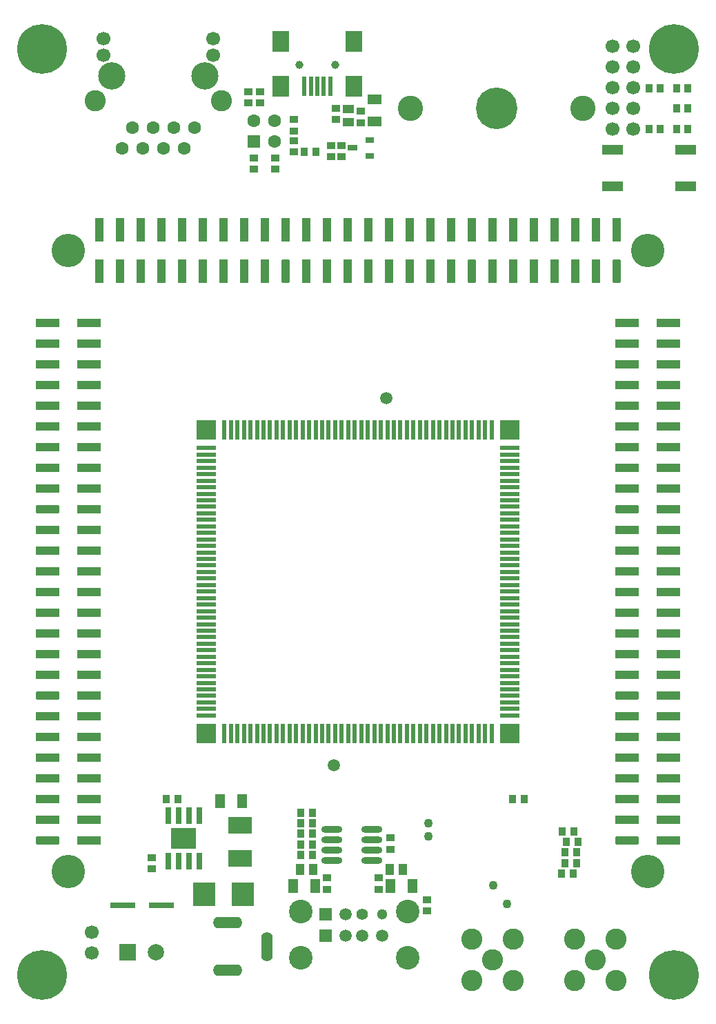
<source format=gts>
G04 Layer_Color=8388736*
%FSLAX44Y44*%
%MOMM*%
G71*
G01*
G75*
%ADD54C,1.3000*%
%ADD60C,1.5000*%
%ADD65C,1.6000*%
%ADD116C,5.1000*%
%ADD117R,1.2000X1.8000*%
%ADD118R,0.8000X2.1000*%
%ADD119R,3.1000X2.5000*%
%ADD120R,0.9000X1.0000*%
%ADD121R,2.1000X2.6000*%
%ADD122R,0.6000X2.3500*%
%ADD123R,1.1000X1.4000*%
%ADD124R,1.0000X0.9000*%
%ADD125R,3.1000X0.8000*%
%ADD126O,2.6000X0.8000*%
%ADD127R,2.7162X2.8432*%
%ADD128R,2.9000X2.0000*%
%ADD129C,1.1000*%
%ADD130R,0.6000X2.4000*%
%ADD131R,2.4000X0.6000*%
%ADD132R,2.4000X2.4000*%
%ADD133R,1.1000X2.9000*%
G04:AMPARAMS|DCode=134|XSize=1.1mm|YSize=2.9mm|CornerRadius=0.25mm|HoleSize=0mm|Usage=FLASHONLY|Rotation=180.000|XOffset=0mm|YOffset=0mm|HoleType=Round|Shape=RoundedRectangle|*
%AMROUNDEDRECTD134*
21,1,1.1000,2.4000,0,0,180.0*
21,1,0.6000,2.9000,0,0,180.0*
1,1,0.5000,-0.3000,1.2000*
1,1,0.5000,0.3000,1.2000*
1,1,0.5000,0.3000,-1.2000*
1,1,0.5000,-0.3000,-1.2000*
%
%ADD134ROUNDEDRECTD134*%
%ADD135R,2.9000X1.1000*%
G04:AMPARAMS|DCode=136|XSize=1.1mm|YSize=2.9mm|CornerRadius=0.25mm|HoleSize=0mm|Usage=FLASHONLY|Rotation=90.000|XOffset=0mm|YOffset=0mm|HoleType=Round|Shape=RoundedRectangle|*
%AMROUNDEDRECTD136*
21,1,1.1000,2.4000,0,0,90.0*
21,1,0.6000,2.9000,0,0,90.0*
1,1,0.5000,1.2000,0.3000*
1,1,0.5000,1.2000,-0.3000*
1,1,0.5000,-1.2000,-0.3000*
1,1,0.5000,-1.2000,0.3000*
%
%ADD136ROUNDEDRECTD136*%
%ADD137R,2.5000X1.3000*%
%ADD138R,1.2000X0.7500*%
%ADD139R,1.0000X0.7500*%
%ADD140R,1.8000X1.2000*%
%ADD141R,1.4000X1.1000*%
%ADD142C,3.1000*%
%ADD143C,6.1000*%
%ADD144C,4.1000*%
%ADD145C,1.0000*%
%ADD146C,1.7000*%
%ADD147C,2.9000*%
%ADD148R,1.5200X1.5200*%
%ADD149C,1.5200*%
%ADD150C,1.4000*%
%ADD151O,3.6000X1.4000*%
%ADD152O,1.4000X3.6000*%
%ADD153C,2.0000*%
%ADD154R,2.0000X2.0000*%
%ADD155R,1.6000X1.6000*%
%ADD156C,2.6000*%
%ADD157C,3.3500*%
%ADD158C,1.7000*%
D54*
X450001Y106102D02*
D03*
D60*
X390000Y289200D02*
D03*
X455000Y739200D02*
D03*
D65*
X317700Y1080198D02*
D03*
Y1054798D02*
D03*
X292300Y1080198D02*
D03*
X206750Y1046100D02*
D03*
X181350D02*
D03*
X155950D02*
D03*
X130550D02*
D03*
X143250Y1071500D02*
D03*
X168650D02*
D03*
X194050D02*
D03*
X219450D02*
D03*
D116*
X590000Y1095000D02*
D03*
D117*
X277500Y245000D02*
D03*
X250500D02*
D03*
X340500Y141000D02*
D03*
X367500D02*
D03*
X486500D02*
D03*
X459500D02*
D03*
D118*
X186950Y171500D02*
D03*
X199650D02*
D03*
X212350D02*
D03*
X225050D02*
D03*
Y227500D02*
D03*
X186950D02*
D03*
X199650D02*
D03*
X212350D02*
D03*
D119*
X206000Y199500D02*
D03*
D120*
X199002Y247500D02*
D03*
X185002D02*
D03*
X350002Y192000D02*
D03*
X364002D02*
D03*
X350002Y231000D02*
D03*
X364002D02*
D03*
X683998Y156000D02*
D03*
X669998D02*
D03*
X687998Y182000D02*
D03*
X673998D02*
D03*
X689998Y195000D02*
D03*
X675998D02*
D03*
X684998Y208000D02*
D03*
X670998D02*
D03*
X687998Y169000D02*
D03*
X673998D02*
D03*
X609998Y248000D02*
D03*
X623998D02*
D03*
X350000Y218000D02*
D03*
X364000D02*
D03*
X350000Y205000D02*
D03*
X364000D02*
D03*
X350002Y179000D02*
D03*
X364002D02*
D03*
X368002Y1041498D02*
D03*
X354002D02*
D03*
X791002Y1070000D02*
D03*
X777002D02*
D03*
X811002D02*
D03*
X825002D02*
D03*
Y1095000D02*
D03*
X811002D02*
D03*
X811002Y1120000D02*
D03*
X825002D02*
D03*
X777002D02*
D03*
X791002D02*
D03*
D121*
X325500Y1177500D02*
D03*
X414502D02*
D03*
X325500Y1122500D02*
D03*
X414502D02*
D03*
D122*
X354002D02*
D03*
X362000D02*
D03*
X370001D02*
D03*
X377999D02*
D03*
X386000D02*
D03*
D123*
X349000Y161000D02*
D03*
X365000D02*
D03*
X475000D02*
D03*
X459000D02*
D03*
D124*
X460000Y199998D02*
D03*
Y185998D02*
D03*
X167000Y162002D02*
D03*
Y176002D02*
D03*
X505000Y110002D02*
D03*
Y124002D02*
D03*
X445000Y137002D02*
D03*
Y151002D02*
D03*
X382000Y137002D02*
D03*
Y151002D02*
D03*
X318000Y1034500D02*
D03*
Y1020500D02*
D03*
X292000Y1034500D02*
D03*
Y1020500D02*
D03*
X400000Y1035500D02*
D03*
Y1049500D02*
D03*
X387000D02*
D03*
Y1035500D02*
D03*
X341000Y1055500D02*
D03*
Y1041500D02*
D03*
X285000Y1115497D02*
D03*
Y1101497D02*
D03*
X300000D02*
D03*
Y1115497D02*
D03*
X341000Y1067497D02*
D03*
Y1081497D02*
D03*
X423000Y1091500D02*
D03*
Y1077500D02*
D03*
X393000Y1095497D02*
D03*
Y1081497D02*
D03*
D125*
X130998Y117250D02*
D03*
X178998D02*
D03*
D126*
X436500Y171950D02*
D03*
Y184650D02*
D03*
Y197350D02*
D03*
Y210050D02*
D03*
X387500Y171950D02*
D03*
Y184650D02*
D03*
Y197350D02*
D03*
Y210050D02*
D03*
D127*
X278495Y131000D02*
D03*
X231505D02*
D03*
D128*
X275000Y215500D02*
D03*
Y174500D02*
D03*
D129*
X586000Y142000D02*
D03*
X603000Y119000D02*
D03*
X506000Y202000D02*
D03*
X506000Y218000D02*
D03*
D130*
X280000Y700200D02*
D03*
X288000D02*
D03*
X368000Y328200D02*
D03*
X376000D02*
D03*
X256000D02*
D03*
X584000Y700200D02*
D03*
X576000D02*
D03*
X568000D02*
D03*
X560000D02*
D03*
X552000D02*
D03*
X544000D02*
D03*
X536000D02*
D03*
X528000D02*
D03*
X520000D02*
D03*
X512000D02*
D03*
X504000D02*
D03*
X496000D02*
D03*
X488000D02*
D03*
X480000D02*
D03*
X472000D02*
D03*
X464000D02*
D03*
X456000D02*
D03*
X448000D02*
D03*
X440000D02*
D03*
X432000D02*
D03*
X424000D02*
D03*
X416000D02*
D03*
X408000D02*
D03*
X400000D02*
D03*
X392000D02*
D03*
X384000D02*
D03*
X376000D02*
D03*
X368000D02*
D03*
X360000D02*
D03*
X352000D02*
D03*
X344000D02*
D03*
X336000D02*
D03*
X328000D02*
D03*
X320000D02*
D03*
X312000D02*
D03*
X304000D02*
D03*
X296000D02*
D03*
X272000D02*
D03*
X264000D02*
D03*
X256000D02*
D03*
X264000Y328200D02*
D03*
X272000D02*
D03*
X280000D02*
D03*
X288000D02*
D03*
X296000D02*
D03*
X304000D02*
D03*
X312000D02*
D03*
X320000D02*
D03*
X328000D02*
D03*
X336000D02*
D03*
X344000D02*
D03*
X352000D02*
D03*
X360000D02*
D03*
X416000D02*
D03*
X424000D02*
D03*
X432000D02*
D03*
X440000D02*
D03*
X448000D02*
D03*
X456000D02*
D03*
X464000D02*
D03*
X472000D02*
D03*
X480000D02*
D03*
X488000D02*
D03*
X496000D02*
D03*
X504000D02*
D03*
X512000D02*
D03*
X520000D02*
D03*
X528000D02*
D03*
X536000D02*
D03*
X544000D02*
D03*
X552000D02*
D03*
X560000D02*
D03*
X568000D02*
D03*
X576000D02*
D03*
X584000D02*
D03*
X408000D02*
D03*
X400000D02*
D03*
X392000D02*
D03*
X384000D02*
D03*
D131*
X606000Y678200D02*
D03*
Y670200D02*
D03*
Y662200D02*
D03*
Y654200D02*
D03*
Y646200D02*
D03*
Y638200D02*
D03*
Y630200D02*
D03*
Y622200D02*
D03*
Y614200D02*
D03*
Y606200D02*
D03*
Y598200D02*
D03*
Y590200D02*
D03*
Y582200D02*
D03*
Y574200D02*
D03*
Y566200D02*
D03*
Y558200D02*
D03*
Y550200D02*
D03*
Y542200D02*
D03*
Y534200D02*
D03*
Y526200D02*
D03*
Y518200D02*
D03*
Y510200D02*
D03*
Y502200D02*
D03*
Y494200D02*
D03*
Y486200D02*
D03*
Y478200D02*
D03*
Y470200D02*
D03*
Y462200D02*
D03*
Y454200D02*
D03*
Y446200D02*
D03*
Y438200D02*
D03*
Y430200D02*
D03*
Y422200D02*
D03*
Y414200D02*
D03*
Y406200D02*
D03*
Y398200D02*
D03*
Y390200D02*
D03*
Y382200D02*
D03*
Y374200D02*
D03*
Y366200D02*
D03*
Y358200D02*
D03*
Y350200D02*
D03*
X234000Y678200D02*
D03*
Y670200D02*
D03*
Y662200D02*
D03*
Y654200D02*
D03*
Y646200D02*
D03*
Y638200D02*
D03*
Y630200D02*
D03*
Y622200D02*
D03*
Y614200D02*
D03*
Y606200D02*
D03*
Y598200D02*
D03*
Y590200D02*
D03*
Y582200D02*
D03*
Y574200D02*
D03*
Y566200D02*
D03*
Y558200D02*
D03*
Y550200D02*
D03*
Y542200D02*
D03*
Y534200D02*
D03*
Y526200D02*
D03*
Y518200D02*
D03*
Y510200D02*
D03*
Y502200D02*
D03*
Y494200D02*
D03*
Y486200D02*
D03*
Y478200D02*
D03*
Y470200D02*
D03*
Y462200D02*
D03*
Y454200D02*
D03*
Y446200D02*
D03*
Y438200D02*
D03*
Y430200D02*
D03*
Y422200D02*
D03*
Y414200D02*
D03*
Y406200D02*
D03*
Y398200D02*
D03*
Y390200D02*
D03*
Y382200D02*
D03*
Y374200D02*
D03*
Y366200D02*
D03*
Y358200D02*
D03*
Y350200D02*
D03*
D132*
Y328200D02*
D03*
X234000Y700200D02*
D03*
X606000Y328200D02*
D03*
Y700200D02*
D03*
D133*
X102500Y895100D02*
D03*
Y946100D02*
D03*
X127900Y895100D02*
D03*
X153300D02*
D03*
X178700D02*
D03*
X204100D02*
D03*
X229500D02*
D03*
X254900D02*
D03*
X280300D02*
D03*
X305700D02*
D03*
X356500D02*
D03*
X381900D02*
D03*
X407300D02*
D03*
X432700D02*
D03*
X458100D02*
D03*
X483500D02*
D03*
X508900D02*
D03*
X534300D02*
D03*
X585100D02*
D03*
X610500D02*
D03*
X635900D02*
D03*
X661300D02*
D03*
X686700D02*
D03*
X712100D02*
D03*
X102500Y946100D02*
D03*
X127900D02*
D03*
X153300D02*
D03*
X178700D02*
D03*
X204100D02*
D03*
X229500D02*
D03*
X254900D02*
D03*
X280300D02*
D03*
X305700D02*
D03*
X331100D02*
D03*
X356500D02*
D03*
X381900D02*
D03*
X407300D02*
D03*
X432700D02*
D03*
X458100D02*
D03*
X483500D02*
D03*
X508900D02*
D03*
X534300D02*
D03*
X559700D02*
D03*
X585100D02*
D03*
X610500D02*
D03*
X635900D02*
D03*
X661300D02*
D03*
X686700D02*
D03*
X712100D02*
D03*
X737500D02*
D03*
D134*
X102500Y895100D02*
D03*
X331100D02*
D03*
X559700D02*
D03*
X737500D02*
D03*
D135*
X750100Y831700D02*
D03*
X801100D02*
D03*
X750100Y806300D02*
D03*
Y780900D02*
D03*
Y755500D02*
D03*
Y730100D02*
D03*
Y704700D02*
D03*
Y679300D02*
D03*
Y653900D02*
D03*
Y628500D02*
D03*
Y577700D02*
D03*
Y552300D02*
D03*
Y526900D02*
D03*
Y501500D02*
D03*
Y476100D02*
D03*
Y450700D02*
D03*
Y425300D02*
D03*
Y399900D02*
D03*
Y349100D02*
D03*
Y323700D02*
D03*
Y298300D02*
D03*
Y272900D02*
D03*
Y247500D02*
D03*
Y222100D02*
D03*
X801100Y831700D02*
D03*
Y806300D02*
D03*
Y780900D02*
D03*
Y755500D02*
D03*
Y730100D02*
D03*
Y704700D02*
D03*
Y679300D02*
D03*
Y653900D02*
D03*
Y628500D02*
D03*
Y603100D02*
D03*
Y577700D02*
D03*
Y552300D02*
D03*
Y526900D02*
D03*
Y501500D02*
D03*
Y476100D02*
D03*
Y450700D02*
D03*
Y425300D02*
D03*
Y399900D02*
D03*
Y374500D02*
D03*
Y349100D02*
D03*
Y323700D02*
D03*
Y298300D02*
D03*
Y272900D02*
D03*
Y247500D02*
D03*
Y222100D02*
D03*
Y196700D02*
D03*
X38900Y831700D02*
D03*
X89900D02*
D03*
X38900Y806300D02*
D03*
Y780900D02*
D03*
Y755500D02*
D03*
Y730100D02*
D03*
Y704700D02*
D03*
Y679300D02*
D03*
Y653900D02*
D03*
Y628500D02*
D03*
Y577700D02*
D03*
Y552300D02*
D03*
Y526900D02*
D03*
Y501500D02*
D03*
Y476100D02*
D03*
Y450700D02*
D03*
Y425300D02*
D03*
Y399900D02*
D03*
Y349100D02*
D03*
Y323700D02*
D03*
Y298300D02*
D03*
Y272900D02*
D03*
Y247500D02*
D03*
Y222100D02*
D03*
X89900Y831700D02*
D03*
Y806300D02*
D03*
Y780900D02*
D03*
Y755500D02*
D03*
Y730100D02*
D03*
Y704700D02*
D03*
Y679300D02*
D03*
Y653900D02*
D03*
Y628500D02*
D03*
Y603100D02*
D03*
Y577700D02*
D03*
Y552300D02*
D03*
Y526900D02*
D03*
Y501500D02*
D03*
Y476100D02*
D03*
Y450700D02*
D03*
Y425300D02*
D03*
Y399900D02*
D03*
Y374500D02*
D03*
Y349100D02*
D03*
Y323700D02*
D03*
Y298300D02*
D03*
Y272900D02*
D03*
Y247500D02*
D03*
Y222100D02*
D03*
Y196700D02*
D03*
D136*
X750100Y831700D02*
D03*
Y603100D02*
D03*
Y374500D02*
D03*
Y196700D02*
D03*
X38900Y831700D02*
D03*
Y603100D02*
D03*
Y374500D02*
D03*
Y196700D02*
D03*
D137*
X822000Y999500D02*
D03*
X732000D02*
D03*
X822000Y1044500D02*
D03*
X732000D02*
D03*
D138*
X413625Y1046498D02*
D03*
D139*
X434375Y1055998D02*
D03*
Y1036998D02*
D03*
D140*
X440000Y1105998D02*
D03*
Y1078998D02*
D03*
D141*
X408000Y1078498D02*
D03*
Y1094498D02*
D03*
D142*
X696000Y1095000D02*
D03*
X484000D02*
D03*
D143*
X32000Y1168000D02*
D03*
X808000D02*
D03*
Y32000D02*
D03*
X32000D02*
D03*
D144*
X64400Y158600D02*
D03*
X775600D02*
D03*
X64400Y920600D02*
D03*
X775600D02*
D03*
D145*
X347999Y1148498D02*
D03*
X392000D02*
D03*
D146*
X93000Y84400D02*
D03*
Y59000D02*
D03*
X758000Y1095200D02*
D03*
Y1146000D02*
D03*
Y1120600D02*
D03*
Y1069800D02*
D03*
Y1171400D02*
D03*
X732600D02*
D03*
Y1120600D02*
D03*
Y1095200D02*
D03*
Y1069800D02*
D03*
Y1146000D02*
D03*
D147*
X349300Y109602D02*
D03*
Y52800D02*
D03*
X480700D02*
D03*
Y109602D02*
D03*
D148*
X380001Y106102D02*
D03*
Y79902D02*
D03*
D149*
X405000Y106102D02*
D03*
Y79902D02*
D03*
X425000D02*
D03*
X450001D02*
D03*
D150*
X425000Y106102D02*
D03*
D151*
X260000Y38001D02*
D03*
Y96000D02*
D03*
D152*
X308000Y66000D02*
D03*
D153*
X172000Y60000D02*
D03*
D154*
X137000D02*
D03*
D155*
X292300Y1054798D02*
D03*
D156*
X685600Y24600D02*
D03*
X736400D02*
D03*
Y75400D02*
D03*
X685600D02*
D03*
X711000Y50000D02*
D03*
X585000D02*
D03*
X559600Y75400D02*
D03*
X610400D02*
D03*
Y24600D02*
D03*
X559600D02*
D03*
X97550Y1104500D02*
D03*
X252450D02*
D03*
D157*
X117850Y1135000D02*
D03*
X232150D02*
D03*
D158*
X242250Y1180700D02*
D03*
Y1160400D02*
D03*
X107750D02*
D03*
Y1180700D02*
D03*
M02*

</source>
